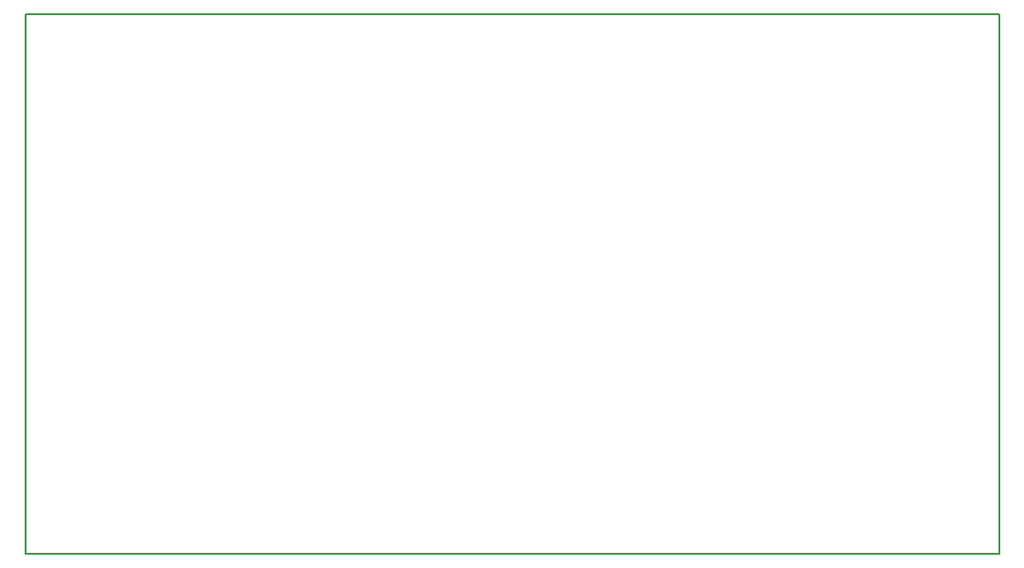
<source format=gbr>
G04 DipTrace 2.4.0.2*
%INBoard_Boundaries.gbr*%
%MOIN*%
%ADD11C,0.0055*%
%FSLAX44Y44*%
G04*
G70*
G90*
G75*
G01*
%LNBoardOutline*%
%LPD*%
X0Y0D2*
D11*
Y19000D1*
X34250D1*
Y0D1*
X0D1*
M02*

</source>
